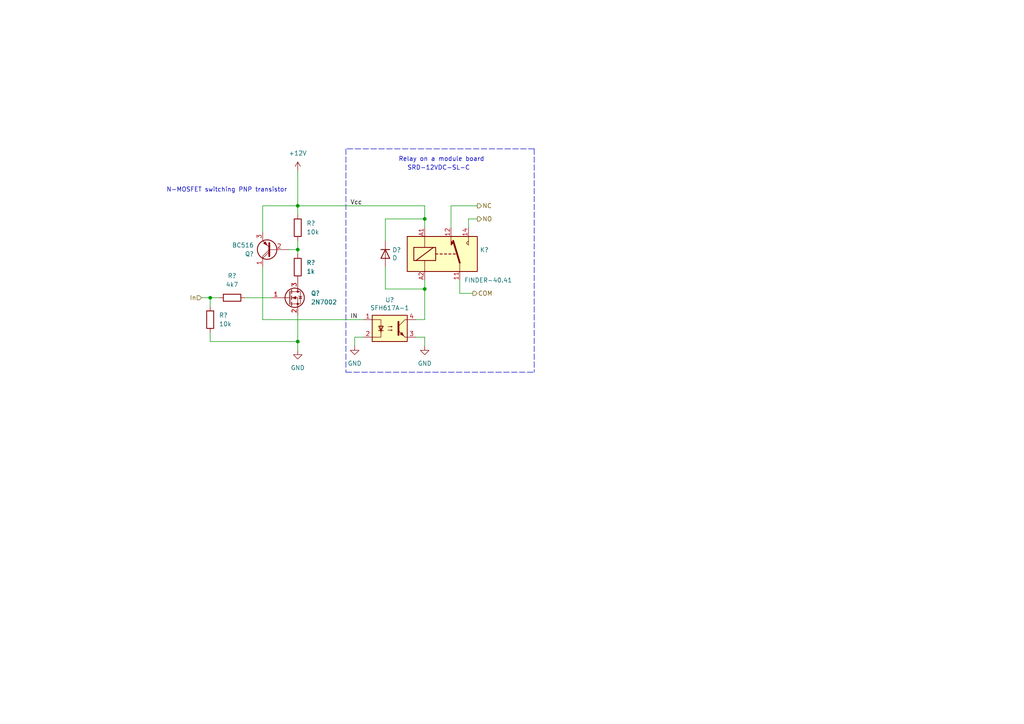
<source format=kicad_sch>
(kicad_sch (version 20211123) (generator eeschema)
  (paper "A4")
  (lib_symbols
    (symbol "Device:D" (pin_numbers hide) (pin_names (offset 1.016) hide)
      (property "Reference" "D" (at 0 2.54 0))
      (property "Value" "D" (at 0 -2.54 0))
      (symbol "D_0_1"
        (polyline (pts (xy -1.27 1.27) (xy -1.27 -1.27)) (stroke (width 0.254)))
        (polyline (pts (xy 1.27 0) (xy -1.27 0)))
        (polyline (pts (xy 1.27 1.27) (xy 1.27 -1.27) (xy -1.27 0) (xy 1.27 1.27)) (stroke (width 0.254)))
      )
      (symbol "D_1_1"
        (pin passive line (at -3.81 0 0) (length 2.54) (name "K") (number "1"))
        (pin passive line (at 3.81 0 180) (length 2.54) (name "A") (number "2"))
      )
    )
    (symbol "Device:R" (pin_numbers hide) (pin_names (offset 0))
      (property "Reference" "R" (at 2.032 0 90))
      (property "Value" "R" (at 0 0 90))
      (symbol "R_0_1"
        (rectangle (start -1.016 -2.54) (end 1.016 2.54) (stroke (width 0.254)))
      )
      (symbol "R_1_1"
        (pin passive line (at 0 3.81 270) (length 1.27) (name "~") (number "1"))
        (pin passive line (at 0 -3.81 90) (length 1.27) (name "~") (number "2"))
      )
    )
    (symbol "Isolator:SFH617A-1" (pin_names (offset 1.016))
      (property "Reference" "U" (at -5.08 5.08 0))
      (property "Value" "SFH617A-1" (at 0 5.08 0))
      (symbol "SFH617A-1_0_1"
        (rectangle (start -5.08 3.81) (end 5.08 -3.81) (stroke (width 0.254)) (fill (type background)))
        (polyline (pts (xy -3.175 -0.635) (xy -1.905 -0.635)) (stroke (width 0.254)))
        (polyline (pts (xy 2.54 0.635) (xy 4.445 2.54)))
        (polyline (pts (xy 4.445 -2.54) (xy 2.54 -0.635)) (fill (type outline)))
        (polyline (pts (xy 4.445 -2.54) (xy 5.08 -2.54)))
        (polyline (pts (xy 4.445 2.54) (xy 5.08 2.54)))
        (polyline (pts (xy -2.54 -0.635) (xy -2.54 -2.54) (xy -5.08 -2.54)))
        (polyline (pts (xy 2.54 1.905) (xy 2.54 -1.905) (xy 2.54 -1.905)) (stroke (width 0.508)))
        (polyline (pts (xy -5.08 2.54) (xy -2.54 2.54) (xy -2.54 -1.27) (xy -2.54 0.635)))
        (polyline (pts (xy -2.54 -0.635) (xy -3.175 0.635) (xy -1.905 0.635) (xy -2.54 -0.635)) (stroke (width 0.254)))
        (polyline (pts (xy -0.508 -0.508) (xy 0.762 -0.508) (xy 0.381 -0.635) (xy 0.381 -0.381) (xy 0.762 -0.508)))
        (polyline (pts (xy -0.508 0.508) (xy 0.762 0.508) (xy 0.381 0.381) (xy 0.381 0.635) (xy 0.762 0.508)))
        (polyline (pts (xy 3.048 -1.651) (xy 3.556 -1.143) (xy 4.064 -2.159) (xy 3.048 -1.651) (xy 3.048 -1.651)) (fill (type outline)))
      )
      (symbol "SFH617A-1_1_1"
        (pin passive line (at -7.62 2.54 0) (length 2.54) (name "~") (number "1"))
        (pin passive line (at -7.62 -2.54 0) (length 2.54) (name "~") (number "2"))
        (pin passive line (at 7.62 -2.54 180) (length 2.54) (name "~") (number "3"))
        (pin passive line (at 7.62 2.54 180) (length 2.54) (name "~") (number "4"))
      )
    )
    (symbol "Relay:FINDER-40.41"
      (property "Reference" "K" (at 11.43 3.81 0))
      (property "Value" "FINDER-40.41" (at 11.43 1.27 0))
      (symbol "FINDER-40.41_0_0"
        (polyline (pts (xy 7.62 5.08) (xy 7.62 2.54) (xy 6.985 3.175) (xy 7.62 3.81)))
      )
      (symbol "FINDER-40.41_0_1"
        (rectangle (start -10.16 5.08) (end 10.16 -5.08) (stroke (width 0.254)) (fill (type background)))
        (rectangle (start -8.255 1.905) (end -1.905 -1.905) (stroke (width 0.254)))
        (polyline (pts (xy -7.62 -1.905) (xy -2.54 1.905)) (stroke (width 0.254)))
        (polyline (pts (xy -5.08 -5.08) (xy -5.08 -1.905)))
        (polyline (pts (xy -5.08 5.08) (xy -5.08 1.905)))
        (polyline (pts (xy -1.905 0) (xy -1.27 0)) (stroke (width 0.254)))
        (polyline (pts (xy -0.635 0) (xy 0 0)) (stroke (width 0.254)))
        (polyline (pts (xy 0.635 0) (xy 1.27 0)) (stroke (width 0.254)))
        (polyline (pts (xy 1.905 0) (xy 2.54 0)) (stroke (width 0.254)))
        (polyline (pts (xy 3.175 0) (xy 3.81 0)) (stroke (width 0.254)))
        (polyline (pts (xy 5.08 -2.54) (xy 3.175 3.81)) (stroke (width 0.508)))
        (polyline (pts (xy 5.08 -2.54) (xy 5.08 -5.08)))
        (polyline (pts (xy 2.54 5.08) (xy 2.54 2.54) (xy 3.175 3.175) (xy 2.54 3.81)) (fill (type outline)))
      )
      (symbol "FINDER-40.41_1_1"
        (pin passive line (at 5.08 -7.62 90) (length 2.54) (name "~") (number "11"))
        (pin passive line (at 2.54 7.62 270) (length 2.54) (name "~") (number "12"))
        (pin passive line (at 7.62 7.62 270) (length 2.54) (name "~") (number "14"))
        (pin passive line (at -5.08 7.62 270) (length 2.54) (name "~") (number "A1"))
        (pin passive line (at -5.08 -7.62 90) (length 2.54) (name "~") (number "A2"))
      )
    )
    (symbol "Transistor_BJT:BC516" (pin_names (offset 0) hide)
      (property "Reference" "Q" (at 5.08 1.905 0))
      (property "Value" "BC516" (at 5.08 0 0))
      (symbol "BC516_0_1"
        (polyline (pts (xy 0.635 0.635) (xy 2.54 2.54)))
        (polyline (pts (xy 0.635 -0.635) (xy 2.54 -2.54) (xy 2.54 -2.54)))
        (polyline (pts (xy 0.635 0) (xy 2.54 1.905) (xy 2.54 2.54)))
        (polyline (pts (xy 0.635 1.905) (xy 0.635 -1.905) (xy 0.635 -1.905)) (stroke (width 0.508)))
        (polyline (pts (xy 2.286 -1.778) (xy 1.778 -2.286) (xy 1.27 -1.27) (xy 2.286 -1.778) (xy 2.286 -1.778)) (fill (type outline)))
        (circle (center 1.27 0) (radius 2.8194) (stroke (width 0.254)))
      )
      (symbol "BC516_1_1"
        (pin passive line (at 2.54 5.08 270) (length 2.54) (name "C") (number "1"))
        (pin input line (at -5.08 0 0) (length 5.715) (name "B") (number "2"))
        (pin passive line (at 2.54 -5.08 90) (length 2.54) (name "E") (number "3"))
      )
    )
    (symbol "Transistor_FET:2N7002" (pin_names hide)
      (property "Reference" "Q" (at 5.08 1.905 0))
      (property "Value" "2N7002" (at 5.08 0 0))
      (symbol "2N7002_0_1"
        (polyline (pts (xy 0.254 0) (xy -2.54 0)))
        (polyline (pts (xy 0.254 1.905) (xy 0.254 -1.905)) (stroke (width 0.254)))
        (polyline (pts (xy 0.762 -1.27) (xy 0.762 -2.286)) (stroke (width 0.254)))
        (polyline (pts (xy 0.762 0.508) (xy 0.762 -0.508)) (stroke (width 0.254)))
        (polyline (pts (xy 0.762 2.286) (xy 0.762 1.27)) (stroke (width 0.254)))
        (polyline (pts (xy 2.54 2.54) (xy 2.54 1.778)))
        (polyline (pts (xy 2.54 -2.54) (xy 2.54 0) (xy 0.762 0)))
        (polyline (pts (xy 0.762 -1.778) (xy 3.302 -1.778) (xy 3.302 1.778) (xy 0.762 1.778)))
        (polyline (pts (xy 1.016 0) (xy 2.032 0.381) (xy 2.032 -0.381) (xy 1.016 0)) (fill (type outline)))
        (polyline (pts (xy 2.794 0.508) (xy 2.921 0.381) (xy 3.683 0.381) (xy 3.81 0.254)))
        (polyline (pts (xy 3.302 0.381) (xy 2.921 -0.254) (xy 3.683 -0.254) (xy 3.302 0.381)))
        (circle (center 1.651 0) (radius 2.794) (stroke (width 0.254)))
        (circle (center 2.54 -1.778) (radius 0.254) (fill (type outline)))
        (circle (center 2.54 1.778) (radius 0.254) (fill (type outline)))
      )
      (symbol "2N7002_1_1"
        (pin input line (at -5.08 0 0) (length 2.54) (name "G") (number "1"))
        (pin passive line (at 2.54 -5.08 90) (length 2.54) (name "S") (number "2"))
        (pin passive line (at 2.54 5.08 270) (length 2.54) (name "D") (number "3"))
      )
    )
    (symbol "power:+12V" (power) (pin_names (offset 0))
      (property "Value" "+12V" (at 0 3.556 0))
      (symbol "+12V_0_1"
        (polyline (pts (xy -0.762 1.27) (xy 0 2.54)))
        (polyline (pts (xy 0 0) (xy 0 2.54)))
        (polyline (pts (xy 0 2.54) (xy 0.762 1.27)))
      )
      (symbol "+12V_1_1"
        (pin power_in line (at 0 0 90) (length 0) hide (name "+12V") (number "1"))
      )
    )
    (symbol "power:GND" (power) (pin_names (offset 0))
      (property "Value" "GND" (at 0 -3.81 0))
      (symbol "GND_0_1"
        (polyline (pts (xy 0 0) (xy 0 -1.27) (xy 1.27 -1.27) (xy 0 -2.54) (xy -1.27 -1.27) (xy 0 -1.27)))
      )
      (symbol "GND_1_1"
        (pin power_in line (at 0 0 270) (length 0) hide (name "GND") (number "1"))
      )
    )
  )
  (junction (at 123.19 83.82))
  (junction (at 86.36 59.69))
  (junction (at 86.36 72.39))
  (junction (at 60.96 86.36))
  (junction (at 86.36 99.06))
  (junction (at 123.19 63.5))
  (wire (pts (xy 86.36 72.39) (xy 83.82 72.39)))
  (wire (pts (xy 111.76 83.82) (xy 123.19 83.82)))
  (wire (pts (xy 105.41 97.79) (xy 102.87 97.79)))
  (wire (pts (xy 123.19 66.04) (xy 123.19 63.5)))
  (wire (pts (xy 86.36 99.06) (xy 86.36 101.6)))
  (wire (pts (xy 123.19 63.5) (xy 111.76 63.5)))
  (wire (pts (xy 60.96 99.06) (xy 86.36 99.06)))
  (wire (pts (xy 60.96 96.52) (xy 60.96 99.06)))
  (wire (pts (xy 111.76 63.5) (xy 111.76 69.85)))
  (wire (pts (xy 123.19 83.82) (xy 123.19 81.28)))
  (wire (pts (xy 86.36 69.85) (xy 86.36 72.39)))
  (wire (pts (xy 86.36 91.44) (xy 86.36 99.06)))
  (wire (pts (xy 86.36 59.69) (xy 86.36 62.23)))
  (wire (pts (xy 86.36 72.39) (xy 86.36 73.66)))
  (wire (pts (xy 138.43 63.5) (xy 135.89 63.5)))
  (wire (pts (xy 76.2 59.69) (xy 86.36 59.69)))
  (polyline (pts (xy 100.33 107.95) (xy 154.94 107.95)))
  (wire (pts (xy 123.19 59.69) (xy 86.36 59.69)))
  (wire (pts (xy 58.42 86.36) (xy 60.96 86.36)))
  (wire (pts (xy 111.76 77.47) (xy 111.76 83.82)))
  (wire (pts (xy 133.35 81.28) (xy 133.35 85.09)))
  (wire (pts (xy 130.81 59.69) (xy 138.43 59.69)))
  (wire (pts (xy 76.2 67.31) (xy 76.2 59.69)))
  (wire (pts (xy 76.2 92.71) (xy 76.2 77.47)))
  (wire (pts (xy 130.81 66.04) (xy 130.81 59.69)))
  (polyline (pts (xy 154.94 43.18) (xy 100.33 43.18)))
  (wire (pts (xy 60.96 86.36) (xy 63.5 86.36)))
  (wire (pts (xy 120.65 97.79) (xy 123.19 97.79)))
  (wire (pts (xy 123.19 97.79) (xy 123.19 100.33)))
  (wire (pts (xy 86.36 59.69) (xy 86.36 49.53)))
  (wire (pts (xy 123.19 59.69) (xy 123.19 63.5)))
  (wire (pts (xy 102.87 97.79) (xy 102.87 100.33)))
  (polyline (pts (xy 154.94 43.18) (xy 154.94 107.95)))
  (wire (pts (xy 60.96 86.36) (xy 60.96 88.9)))
  (wire (pts (xy 133.35 85.09) (xy 137.16 85.09)))
  (wire (pts (xy 120.65 92.71) (xy 123.19 92.71)))
  (wire (pts (xy 71.12 86.36) (xy 78.74 86.36)))
  (wire (pts (xy 135.89 63.5) (xy 135.89 66.04)))
  (polyline (pts (xy 100.33 43.18) (xy 100.33 107.95)))
  (wire (pts (xy 105.41 92.71) (xy 76.2 92.71)))
  (wire (pts (xy 123.19 83.82) (xy 123.19 92.71)))
  (text "SRD-12VDC-SL-C" (at 118.11 49.53 0) (effects (font (size 1.27 1.27)) (justify left bottom)))
  (text "Relay on a module board" (at 115.57 46.99 0) (effects (font (size 1.27 1.27)) (justify left bottom)))
  (text "N-MOSFET switching PNP transistor" (at 48.26 55.88 0) (effects (font (size 1.27 1.27)) (justify left bottom)))
  (label "Vcc" (at 101.6 59.69 0))
  (label "IN" (at 101.6 92.71 0))
  (hierarchical_label "COM" (shape output) (at 137.16 85.09 0))
  (hierarchical_label "NO" (shape output) (at 138.43 63.5 0))
  (hierarchical_label "In" (shape input) (at 58.42 86.36 180))
  (hierarchical_label "NC" (shape output) (at 138.43 59.69 0))
  (symbol (lib_id "Relay:FINDER-40.41") (at 128.27 73.66 0) (unit 1)
    (property "Reference" "K?" (at 139.192 72.4916 0) (effects (justify left)))
    (property "Value" "FINDER-40.41" (at 134.62 81.28 0) (effects (justify left)))
    (property "Footprint" "Relay_THT:Relay_SPDT_Finder_40.41" (effects hide))
    (property "Datasheet" "https://www.finder-relais.net/de/finder-relais-serie-40.pdf" (effects hide))
  )
  (symbol (lib_id "power:GND") (at 102.87 100.33 0) (unit 1)
    (property "Reference" "#PWR?" (effects hide))
    (property "Value" "GND" (at 102.87 105.41 0))
  )
  (symbol (lib_id "power:GND") (at 86.36 101.6 0) (unit 1)
    (property "Reference" "#PWR?" (effects hide))
    (property "Value" "GND" (at 86.36 106.68 0))
  )
  (symbol (lib_id "Isolator:SFH617A-1") (at 113.03 95.25 0) (unit 1)
    (property "Reference" "U?" (at 113.03 86.995 0))
    (property "Value" "SFH617A-1" (at 113.03 89.3064 0))
    (property "Footprint" "Package_DIP:DIP-4_W7.62mm" (effects hide))
    (property "Datasheet" "http://www.vishay.com/docs/83740/sfh617a.pdf" (effects hide))
  )
  (symbol (lib_id "Device:D") (at 111.76 73.66 270) (unit 1)
    (property "Reference" "D?" (at 113.7666 72.4916 90) (effects (justify left)))
    (property "Value" "D" (at 113.7666 74.803 90) (effects (justify left)))
  )
  (symbol (lib_id "Transistor_FET:2N7002") (at 83.82 86.36 0) (unit 1)
    (property "Reference" "Q?" (at 90.17 85.0899 0) (effects (justify left)))
    (property "Value" "2N7002" (at 90.17 87.6299 0) (effects (justify left)))
    (property "Footprint" "Package_TO_SOT_SMD:SOT-23" (effects hide))
    (property "Datasheet" "https://www.onsemi.com/pub/Collateral/NDS7002A-D.PDF" (effects hide))
  )
  (symbol (lib_id "Device:R") (at 86.36 77.47 0) (unit 1)
    (property "Reference" "R?" (at 88.9 76.1999 0) (effects (justify left)))
    (property "Value" "1k" (at 88.9 78.7399 0) (effects (justify left)))
  )
  (symbol (lib_id "Device:R") (at 60.96 92.71 0) (unit 1)
    (property "Reference" "R?" (at 63.5 91.4399 0) (effects (justify left)))
    (property "Value" "10k" (at 63.5 93.9799 0) (effects (justify left)))
  )
  (symbol (lib_id "Transistor_BJT:BC516") (at 78.74 72.39 180) (unit 1)
    (property "Reference" "Q?" (at 73.66 73.6601 0) (effects (justify left)))
    (property "Value" "BC516" (at 73.66 71.1201 0) (effects (justify left)))
    (property "Footprint" "Package_TO_SOT_THT:TO-92_Inline" (effects hide))
    (property "Datasheet" "https://www.onsemi.com/pub/Collateral/BC516-D.PDF" (effects hide))
  )
  (symbol (lib_id "Device:R") (at 86.36 66.04 0) (unit 1)
    (property "Reference" "R?" (at 88.9 64.7699 0) (effects (justify left)))
    (property "Value" "10k" (at 88.9 67.3099 0) (effects (justify left)))
  )
  (symbol (lib_id "Device:R") (at 67.31 86.36 90) (unit 1)
    (property "Reference" "R?" (at 67.31 80.01 90))
    (property "Value" "4k7" (at 67.31 82.55 90))
  )
  (symbol (lib_id "power:+12V") (at 86.36 49.53 0) (unit 1)
    (property "Reference" "#PWR?" (effects hide))
    (property "Value" "+12V" (at 86.36 44.45 0))
  )
  (symbol (lib_id "power:GND") (at 123.19 100.33 0) (unit 1)
    (property "Reference" "#PWR?" (effects hide))
    (property "Value" "GND" (at 123.19 105.41 0))
  )
)
</source>
